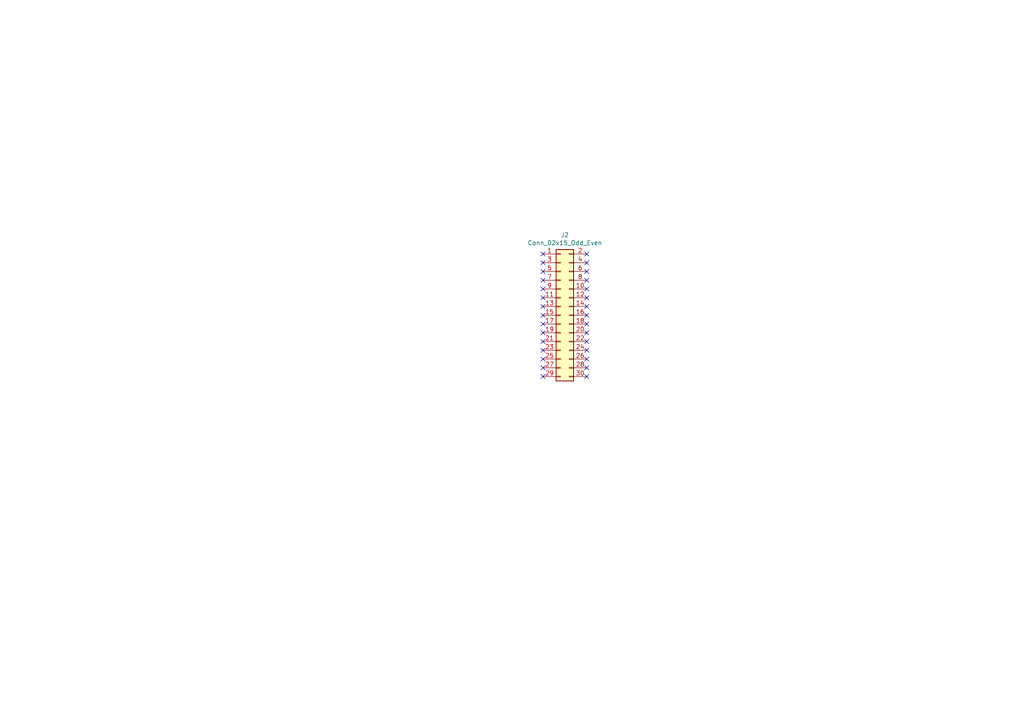
<source format=kicad_sch>
(kicad_sch (version 20230121) (generator eeschema)
  (paper "A4")
  (lib_symbols
    (symbol "Connector_Generic:Conn_02x15_Odd_Even" (pin_names (offset 1.016) hide)
      (property "Reference" "J" (at 1.27 20.32 0))
      (property "Value" "Conn_02x15_Odd_Even" (at 1.27 -20.32 0))
      (symbol "Conn_02x15_Odd_Even_1_1"
        (rectangle (start -1.27 -17.653) (end 0 -17.907) (stroke (width 0.1524)))
        (rectangle (start -1.27 -15.113) (end 0 -15.367) (stroke (width 0.1524)))
        (rectangle (start -1.27 -12.573) (end 0 -12.827) (stroke (width 0.1524)))
        (rectangle (start -1.27 -10.033) (end 0 -10.287) (stroke (width 0.1524)))
        (rectangle (start -1.27 -7.493) (end 0 -7.747) (stroke (width 0.1524)))
        (rectangle (start -1.27 -4.953) (end 0 -5.207) (stroke (width 0.1524)))
        (rectangle (start -1.27 -2.413) (end 0 -2.667) (stroke (width 0.1524)))
        (rectangle (start -1.27 0.127) (end 0 -0.127) (stroke (width 0.1524)))
        (rectangle (start -1.27 2.667) (end 0 2.413) (stroke (width 0.1524)))
        (rectangle (start -1.27 5.207) (end 0 4.953) (stroke (width 0.1524)))
        (rectangle (start -1.27 7.747) (end 0 7.493) (stroke (width 0.1524)))
        (rectangle (start -1.27 10.287) (end 0 10.033) (stroke (width 0.1524)))
        (rectangle (start -1.27 12.827) (end 0 12.573) (stroke (width 0.1524)))
        (rectangle (start -1.27 15.367) (end 0 15.113) (stroke (width 0.1524)))
        (rectangle (start -1.27 17.907) (end 0 17.653) (stroke (width 0.1524)))
        (rectangle (start -1.27 19.05) (end 3.81 -19.05) (stroke (width 0.254)) (fill (type background)))
        (rectangle (start 3.81 -17.653) (end 2.54 -17.907) (stroke (width 0.1524)))
        (rectangle (start 3.81 -15.113) (end 2.54 -15.367) (stroke (width 0.1524)))
        (rectangle (start 3.81 -12.573) (end 2.54 -12.827) (stroke (width 0.1524)))
        (rectangle (start 3.81 -10.033) (end 2.54 -10.287) (stroke (width 0.1524)))
        (rectangle (start 3.81 -7.493) (end 2.54 -7.747) (stroke (width 0.1524)))
        (rectangle (start 3.81 -4.953) (end 2.54 -5.207) (stroke (width 0.1524)))
        (rectangle (start 3.81 -2.413) (end 2.54 -2.667) (stroke (width 0.1524)))
        (rectangle (start 3.81 0.127) (end 2.54 -0.127) (stroke (width 0.1524)))
        (rectangle (start 3.81 2.667) (end 2.54 2.413) (stroke (width 0.1524)))
        (rectangle (start 3.81 5.207) (end 2.54 4.953) (stroke (width 0.1524)))
        (rectangle (start 3.81 7.747) (end 2.54 7.493) (stroke (width 0.1524)))
        (rectangle (start 3.81 10.287) (end 2.54 10.033) (stroke (width 0.1524)))
        (rectangle (start 3.81 12.827) (end 2.54 12.573) (stroke (width 0.1524)))
        (rectangle (start 3.81 15.367) (end 2.54 15.113) (stroke (width 0.1524)))
        (rectangle (start 3.81 17.907) (end 2.54 17.653) (stroke (width 0.1524)))
        (pin passive line (at -5.08 17.78 0) (length 3.81) (name "Pin_1") (number "1"))
        (pin passive line (at 7.62 7.62 180) (length 3.81) (name "Pin_10") (number "10"))
        (pin passive line (at -5.08 5.08 0) (length 3.81) (name "Pin_11") (number "11"))
        (pin passive line (at 7.62 5.08 180) (length 3.81) (name "Pin_12") (number "12"))
        (pin passive line (at -5.08 2.54 0) (length 3.81) (name "Pin_13") (number "13"))
        (pin passive line (at 7.62 2.54 180) (length 3.81) (name "Pin_14") (number "14"))
        (pin passive line (at -5.08 0 0) (length 3.81) (name "Pin_15") (number "15"))
        (pin passive line (at 7.62 0 180) (length 3.81) (name "Pin_16") (number "16"))
        (pin passive line (at -5.08 -2.54 0) (length 3.81) (name "Pin_17") (number "17"))
        (pin passive line (at 7.62 -2.54 180) (length 3.81) (name "Pin_18") (number "18"))
        (pin passive line (at -5.08 -5.08 0) (length 3.81) (name "Pin_19") (number "19"))
        (pin passive line (at 7.62 17.78 180) (length 3.81) (name "Pin_2") (number "2"))
        (pin passive line (at 7.62 -5.08 180) (length 3.81) (name "Pin_20") (number "20"))
        (pin passive line (at -5.08 -7.62 0) (length 3.81) (name "Pin_21") (number "21"))
        (pin passive line (at 7.62 -7.62 180) (length 3.81) (name "Pin_22") (number "22"))
        (pin passive line (at -5.08 -10.16 0) (length 3.81) (name "Pin_23") (number "23"))
        (pin passive line (at 7.62 -10.16 180) (length 3.81) (name "Pin_24") (number "24"))
        (pin passive line (at -5.08 -12.7 0) (length 3.81) (name "Pin_25") (number "25"))
        (pin passive line (at 7.62 -12.7 180) (length 3.81) (name "Pin_26") (number "26"))
        (pin passive line (at -5.08 -15.24 0) (length 3.81) (name "Pin_27") (number "27"))
        (pin passive line (at 7.62 -15.24 180) (length 3.81) (name "Pin_28") (number "28"))
        (pin passive line (at -5.08 -17.78 0) (length 3.81) (name "Pin_29") (number "29"))
        (pin passive line (at -5.08 15.24 0) (length 3.81) (name "Pin_3") (number "3"))
        (pin passive line (at 7.62 -17.78 180) (length 3.81) (name "Pin_30") (number "30"))
        (pin passive line (at 7.62 15.24 180) (length 3.81) (name "Pin_4") (number "4"))
        (pin passive line (at -5.08 12.7 0) (length 3.81) (name "Pin_5") (number "5"))
        (pin passive line (at 7.62 12.7 180) (length 3.81) (name "Pin_6") (number "6"))
        (pin passive line (at -5.08 10.16 0) (length 3.81) (name "Pin_7") (number "7"))
        (pin passive line (at 7.62 10.16 180) (length 3.81) (name "Pin_8") (number "8"))
        (pin passive line (at -5.08 7.62 0) (length 3.81) (name "Pin_9") (number "9"))
      )
    )
  )
  (no_connect (at 170.18 96.52))
  (no_connect (at 157.48 88.9))
  (no_connect (at 157.48 76.2))
  (no_connect (at 170.18 109.22))
  (no_connect (at 170.18 73.66))
  (no_connect (at 170.18 86.36))
  (no_connect (at 157.48 86.36))
  (no_connect (at 170.18 101.6))
  (no_connect (at 157.48 81.28))
  (no_connect (at 157.48 93.98))
  (no_connect (at 170.18 78.74))
  (no_connect (at 170.18 106.68))
  (no_connect (at 170.18 83.82))
  (no_connect (at 157.48 104.14))
  (no_connect (at 157.48 91.44))
  (no_connect (at 157.48 83.82))
  (no_connect (at 157.48 109.22))
  (no_connect (at 170.18 99.06))
  (no_connect (at 170.18 91.44))
  (no_connect (at 157.48 73.66))
  (no_connect (at 170.18 76.2))
  (no_connect (at 157.48 96.52))
  (no_connect (at 157.48 78.74))
  (no_connect (at 157.48 106.68))
  (no_connect (at 170.18 88.9))
  (no_connect (at 170.18 93.98))
  (no_connect (at 157.48 101.6))
  (no_connect (at 157.48 99.06))
  (no_connect (at 170.18 81.28))
  (no_connect (at 170.18 104.14))
  (symbol (lib_id "Connector_Generic:Conn_02x15_Odd_Even") (at 162.56 91.44 0) (unit 1)
    (property "Reference" "J2" (at 163.83 68.1482 0))
    (property "Value" "Conn_02x15_Odd_Even" (at 163.83 70.4596 0))
    (property "Footprint" "footprints:PinHeader_2x15_P2.54mm_M5Stack_SpacerPCB" (effects hide))
  )
)
</source>
